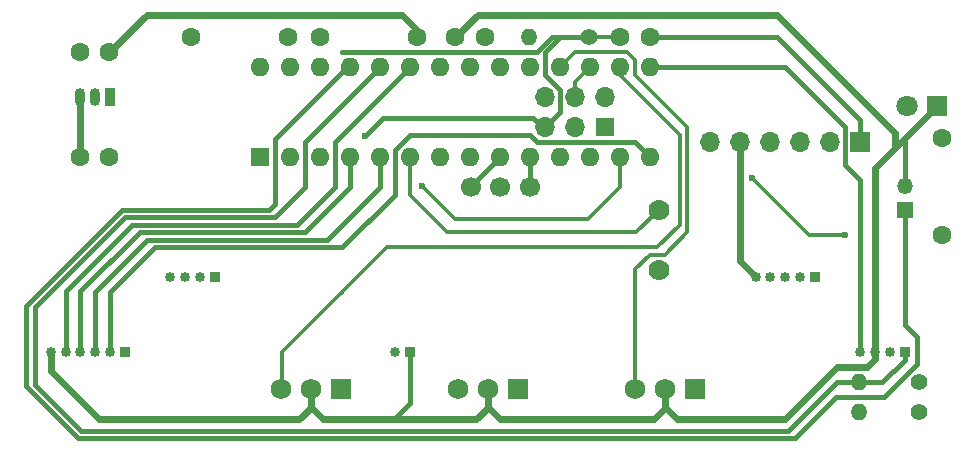
<source format=gtl>
G04 #@! TF.FileFunction,Copper,L1,Top,Signal*
%FSLAX46Y46*%
G04 Gerber Fmt 4.6, Leading zero omitted, Abs format (unit mm)*
G04 Created by KiCad (PCBNEW 4.0.6) date 06/26/19 10:16:45*
%MOMM*%
%LPD*%
G01*
G04 APERTURE LIST*
%ADD10C,0.100000*%
%ADD11C,1.778000*%
%ADD12C,1.750000*%
%ADD13R,1.750000X1.750000*%
%ADD14R,0.850000X0.850000*%
%ADD15C,0.850000*%
%ADD16R,1.700000X1.700000*%
%ADD17O,1.700000X1.700000*%
%ADD18C,1.400000*%
%ADD19O,1.400000X1.400000*%
%ADD20R,1.600000X1.600000*%
%ADD21O,1.600000X1.600000*%
%ADD22C,1.600000*%
%ADD23C,1.700000*%
%ADD24R,1.800000X1.800000*%
%ADD25C,1.800000*%
%ADD26O,0.900000X1.500000*%
%ADD27R,0.900000X1.500000*%
%ADD28R,1.350000X1.350000*%
%ADD29O,1.350000X1.350000*%
%ADD30C,0.600000*%
%ADD31C,0.406400*%
%ADD32C,0.304800*%
%ADD33C,0.609600*%
G04 APERTURE END LIST*
D10*
D11*
X185420000Y-109220000D03*
X185420000Y-104140000D03*
D12*
X168418000Y-119365000D03*
X170958000Y-119365000D03*
D13*
X173498000Y-119365000D03*
D14*
X140208000Y-116205000D03*
D15*
X138958000Y-116205000D03*
X137708000Y-116205000D03*
X136458000Y-116205000D03*
X135208000Y-116205000D03*
X133958000Y-116205000D03*
D14*
X198628000Y-109855000D03*
D15*
X197378000Y-109855000D03*
X196128000Y-109855000D03*
X194878000Y-109855000D03*
X193628000Y-109855000D03*
D14*
X147828000Y-109855000D03*
D15*
X146578000Y-109855000D03*
X145328000Y-109855000D03*
X144078000Y-109855000D03*
D16*
X202438000Y-98425000D03*
D17*
X199898000Y-98425000D03*
X197358000Y-98425000D03*
X194818000Y-98425000D03*
X192278000Y-98425000D03*
X189738000Y-98425000D03*
D18*
X207478000Y-118745000D03*
D19*
X202398000Y-118745000D03*
D12*
X153418000Y-119365000D03*
X155958000Y-119365000D03*
D13*
X158498000Y-119365000D03*
D20*
X151638000Y-99695000D03*
D21*
X184658000Y-92075000D03*
X154178000Y-99695000D03*
X182118000Y-92075000D03*
X156718000Y-99695000D03*
X179578000Y-92075000D03*
X159258000Y-99695000D03*
X177038000Y-92075000D03*
X161798000Y-99695000D03*
X174498000Y-92075000D03*
X164338000Y-99695000D03*
X171958000Y-92075000D03*
X166878000Y-99695000D03*
X169418000Y-92075000D03*
X169418000Y-99695000D03*
X166878000Y-92075000D03*
X171958000Y-99695000D03*
X164338000Y-92075000D03*
X174498000Y-99695000D03*
X161798000Y-92075000D03*
X177038000Y-99695000D03*
X159258000Y-92075000D03*
X179578000Y-99695000D03*
X156718000Y-92075000D03*
X182118000Y-99695000D03*
X154178000Y-92075000D03*
X184658000Y-99695000D03*
X151638000Y-92075000D03*
D22*
X154047000Y-89535000D03*
X145797000Y-89535000D03*
D23*
X174498000Y-102235000D03*
X171998000Y-102235000D03*
X169498000Y-102235000D03*
D22*
X136398000Y-90805000D03*
X138898000Y-90805000D03*
X136398000Y-99695000D03*
X138898000Y-99695000D03*
D24*
X208998000Y-95365000D03*
D25*
X206458000Y-95365000D03*
D14*
X164338000Y-116205000D03*
D15*
X163088000Y-116205000D03*
D26*
X137668000Y-94615000D03*
X136398000Y-94615000D03*
D27*
X138938000Y-94615000D03*
D22*
X170688000Y-89535000D03*
X168188000Y-89535000D03*
X156722000Y-89535000D03*
X164972000Y-89535000D03*
X209423000Y-106295000D03*
X209423000Y-98045000D03*
X184658000Y-89535000D03*
X182158000Y-89535000D03*
D18*
X179538000Y-89535000D03*
D19*
X174458000Y-89535000D03*
D12*
X183418000Y-119365000D03*
X185958000Y-119365000D03*
D13*
X188498000Y-119365000D03*
D18*
X207478000Y-121285000D03*
D19*
X202398000Y-121285000D03*
D20*
X180848000Y-97155000D03*
D17*
X180848000Y-94615000D03*
X178308000Y-97155000D03*
X178308000Y-94615000D03*
X175768000Y-97155000D03*
X175768000Y-94615000D03*
D14*
X206248000Y-116205000D03*
D15*
X204998000Y-116205000D03*
X203748000Y-116205000D03*
X202498000Y-116205000D03*
D28*
X206248000Y-104140000D03*
D29*
X206248000Y-102140000D03*
D30*
X160528000Y-97917000D03*
X165354000Y-102108000D03*
X201168000Y-106299000D03*
X193294000Y-101473000D03*
D31*
X175768000Y-97155000D02*
X175514000Y-97155000D01*
X175514000Y-97155000D02*
X174752000Y-96393000D01*
X162052000Y-96393000D02*
X160528000Y-97917000D01*
X174752000Y-96393000D02*
X162052000Y-96393000D01*
X179538000Y-89535000D02*
X176403000Y-89535000D01*
X175133000Y-90805000D02*
X158623000Y-90805000D01*
X176403000Y-89535000D02*
X175133000Y-90805000D01*
X175768000Y-97155000D02*
X177038000Y-95885000D01*
X177038000Y-89535000D02*
X179538000Y-89535000D01*
X175768000Y-90805000D02*
X177038000Y-89535000D01*
X175768000Y-92710000D02*
X175768000Y-90805000D01*
X176403000Y-93345000D02*
X175768000Y-92710000D01*
X177038000Y-93980000D02*
X176403000Y-93345000D01*
X177038000Y-95885000D02*
X177038000Y-93980000D01*
D32*
X179538000Y-89535000D02*
X182158000Y-89535000D01*
D31*
X206248000Y-102140000D02*
X206248000Y-98115000D01*
X206248000Y-98115000D02*
X206248000Y-98171000D01*
X206248000Y-98171000D02*
X206248000Y-98115000D01*
X164338000Y-116205000D02*
X164338000Y-120525000D01*
X164338000Y-120525000D02*
X162998000Y-121865000D01*
D33*
X185958000Y-119365000D02*
X185958000Y-120825000D01*
X197993000Y-120015000D02*
X200533000Y-117475000D01*
X200533000Y-117475000D02*
X203073000Y-117475000D01*
X203073000Y-117475000D02*
X203748000Y-116800000D01*
X203748000Y-116800000D02*
X203748000Y-116205000D01*
X196143000Y-121865000D02*
X197993000Y-120015000D01*
X186998000Y-121865000D02*
X196143000Y-121865000D01*
X185958000Y-120825000D02*
X186998000Y-121865000D01*
X170958000Y-120365000D02*
X170958000Y-120825000D01*
X185958000Y-120905000D02*
X185958000Y-119365000D01*
X184998000Y-121865000D02*
X185958000Y-120905000D01*
X171998000Y-121865000D02*
X184998000Y-121865000D01*
X170958000Y-120825000D02*
X171998000Y-121865000D01*
X155958000Y-120865000D02*
X155998000Y-120865000D01*
X170958000Y-120905000D02*
X170958000Y-120365000D01*
X170958000Y-120365000D02*
X170958000Y-119365000D01*
X169998000Y-121865000D02*
X170958000Y-120905000D01*
X156998000Y-121865000D02*
X162998000Y-121865000D01*
X162998000Y-121865000D02*
X169998000Y-121865000D01*
X155998000Y-120865000D02*
X156998000Y-121865000D01*
X133958000Y-116205000D02*
X133958000Y-117825000D01*
X155958000Y-120905000D02*
X155958000Y-120865000D01*
X155958000Y-120865000D02*
X155958000Y-119365000D01*
X154998000Y-121865000D02*
X155958000Y-120905000D01*
X137998000Y-121865000D02*
X154998000Y-121865000D01*
X133958000Y-117825000D02*
X137998000Y-121865000D01*
X192278000Y-98425000D02*
X192278000Y-108505000D01*
X192278000Y-108505000D02*
X193628000Y-109855000D01*
X164972000Y-89535000D02*
X164972000Y-88899000D01*
X164972000Y-88899000D02*
X163703000Y-87630000D01*
X142073000Y-87630000D02*
X138898000Y-90805000D01*
X163703000Y-87630000D02*
X142073000Y-87630000D01*
X205458000Y-98905000D02*
X205458000Y-97635000D01*
X170093000Y-87630000D02*
X168188000Y-89535000D01*
X195453000Y-87630000D02*
X170093000Y-87630000D01*
X205458000Y-97635000D02*
X195453000Y-87630000D01*
X203748000Y-116205000D02*
X203748000Y-100615000D01*
X203748000Y-100615000D02*
X205458000Y-98905000D01*
X205458000Y-98905000D02*
X206248000Y-98115000D01*
X206248000Y-98115000D02*
X208998000Y-95365000D01*
X171038000Y-119030000D02*
X171038000Y-118745000D01*
D31*
X135208000Y-116205000D02*
X135208000Y-111045000D01*
X157988000Y-98425000D02*
X164338000Y-92075000D01*
X157988000Y-102235000D02*
X157988000Y-98425000D01*
X154813000Y-105410000D02*
X157988000Y-102235000D01*
X140843000Y-105410000D02*
X154813000Y-105410000D01*
X135208000Y-111045000D02*
X140843000Y-105410000D01*
X132588000Y-118110000D02*
X132588000Y-118955000D01*
X200533000Y-118745000D02*
X197993000Y-121285000D01*
X132588000Y-118110000D02*
X132588000Y-112395000D01*
X132588000Y-112395000D02*
X140208000Y-104775000D01*
X140208000Y-104775000D02*
X152908000Y-104775000D01*
X152908000Y-104775000D02*
X155448000Y-102235000D01*
X155448000Y-102235000D02*
X155448000Y-98425000D01*
X161798000Y-92075000D02*
X155448000Y-98425000D01*
X200533000Y-118745000D02*
X202398000Y-118745000D01*
X196413000Y-122865000D02*
X197993000Y-121285000D01*
X136498000Y-122865000D02*
X196413000Y-122865000D01*
X132588000Y-118955000D02*
X136498000Y-122865000D01*
X202398000Y-118745000D02*
X204343000Y-118745000D01*
X206248000Y-116840000D02*
X206248000Y-116205000D01*
X204343000Y-118745000D02*
X206248000Y-116840000D01*
X159258000Y-92075000D02*
X159004000Y-92075000D01*
X159004000Y-92075000D02*
X152908000Y-98171000D01*
X152908000Y-98171000D02*
X152908000Y-103660598D01*
X152908000Y-103660598D02*
X152400000Y-104168598D01*
X152400000Y-104168598D02*
X139956820Y-104168598D01*
X139956820Y-104168598D02*
X131826000Y-112299418D01*
X131826000Y-112299418D02*
X131826000Y-119050582D01*
X131826000Y-119050582D02*
X136246820Y-123471402D01*
X136246820Y-123471402D02*
X196949598Y-123471402D01*
X196949598Y-123471402D02*
X200406000Y-120015000D01*
X200406000Y-120015000D02*
X204470000Y-120015000D01*
X204470000Y-120015000D02*
X207264000Y-117221000D01*
X207264000Y-117221000D02*
X207264000Y-114935000D01*
X207264000Y-114935000D02*
X206248000Y-113919000D01*
X206248000Y-113919000D02*
X206248000Y-104140000D01*
X202498000Y-116205000D02*
X202498000Y-101660000D01*
X196088000Y-92075000D02*
X184658000Y-92075000D01*
X201168000Y-97155000D02*
X196088000Y-92075000D01*
X201168000Y-100330000D02*
X201168000Y-97155000D01*
X202498000Y-101660000D02*
X201168000Y-100330000D01*
X142748000Y-107315000D02*
X158623000Y-107315000D01*
X138958000Y-111105000D02*
X142748000Y-107315000D01*
X138958000Y-116205000D02*
X138958000Y-111105000D01*
X183388000Y-98425000D02*
X184658000Y-99695000D01*
X175133000Y-98425000D02*
X183388000Y-98425000D01*
X174498000Y-97790000D02*
X175133000Y-98425000D01*
X164338000Y-97790000D02*
X174498000Y-97790000D01*
X163068000Y-99060000D02*
X164338000Y-97790000D01*
X163068000Y-102870000D02*
X163068000Y-99060000D01*
X158623000Y-107315000D02*
X163068000Y-102870000D01*
D32*
X182118000Y-99695000D02*
X182118000Y-102235000D01*
X168148000Y-104902000D02*
X165354000Y-102108000D01*
X179451000Y-104902000D02*
X168148000Y-104902000D01*
X182118000Y-102235000D02*
X179451000Y-104902000D01*
X164338000Y-99695000D02*
X164338000Y-102870000D01*
X183515000Y-106045000D02*
X185420000Y-104140000D01*
X167513000Y-106045000D02*
X183515000Y-106045000D01*
X164338000Y-102870000D02*
X167513000Y-106045000D01*
D31*
X137708000Y-116205000D02*
X137708000Y-111085000D01*
X161798000Y-102235000D02*
X161798000Y-99695000D01*
X157353000Y-106680000D02*
X161798000Y-102235000D01*
X142113000Y-106680000D02*
X157353000Y-106680000D01*
X137708000Y-111085000D02*
X142113000Y-106680000D01*
X136458000Y-116205000D02*
X136458000Y-111065000D01*
X159258000Y-102235000D02*
X159258000Y-99695000D01*
X155448000Y-106045000D02*
X159258000Y-102235000D01*
X141478000Y-106045000D02*
X155448000Y-106045000D01*
X136458000Y-111065000D02*
X141478000Y-106045000D01*
D32*
X198120000Y-106299000D02*
X201168000Y-106299000D01*
X193294000Y-101473000D02*
X198120000Y-106299000D01*
X177038000Y-92075000D02*
X178308000Y-90805000D01*
X183418000Y-109190000D02*
X183418000Y-119365000D01*
X184658000Y-107950000D02*
X183418000Y-109190000D01*
X185928000Y-107950000D02*
X184658000Y-107950000D01*
X187833000Y-106045000D02*
X185928000Y-107950000D01*
X187833000Y-97155000D02*
X187833000Y-106045000D01*
X184023000Y-93345000D02*
X187833000Y-97155000D01*
X183388000Y-92710000D02*
X184023000Y-93345000D01*
X183388000Y-91440000D02*
X183388000Y-92710000D01*
X182753000Y-90805000D02*
X183388000Y-91440000D01*
X182118000Y-90805000D02*
X182753000Y-90805000D01*
X178308000Y-90805000D02*
X182118000Y-90805000D01*
D33*
X136398000Y-99695000D02*
X136398000Y-94615000D01*
D31*
X169498000Y-102235000D02*
X169498000Y-102155000D01*
X169498000Y-102155000D02*
X171958000Y-99695000D01*
X174498000Y-102235000D02*
X174498000Y-99695000D01*
D32*
X178308000Y-94615000D02*
X178308000Y-93345000D01*
X178308000Y-93345000D02*
X179578000Y-92075000D01*
X158623000Y-111125000D02*
X153543000Y-116205000D01*
X153543000Y-116205000D02*
X153543000Y-119240000D01*
X153543000Y-119240000D02*
X153418000Y-119365000D01*
X182118000Y-92075000D02*
X182118000Y-92710000D01*
X182118000Y-92710000D02*
X187198000Y-97790000D01*
X187198000Y-97790000D02*
X187198000Y-105410000D01*
X187198000Y-105410000D02*
X185293000Y-107315000D01*
X185293000Y-107315000D02*
X162433000Y-107315000D01*
X162433000Y-107315000D02*
X158623000Y-111125000D01*
X158623000Y-111125000D02*
X158578000Y-111170000D01*
D31*
X184658000Y-89535000D02*
X195453000Y-89535000D01*
X202438000Y-96520000D02*
X202438000Y-98425000D01*
X195453000Y-89535000D02*
X202438000Y-96520000D01*
M02*

</source>
